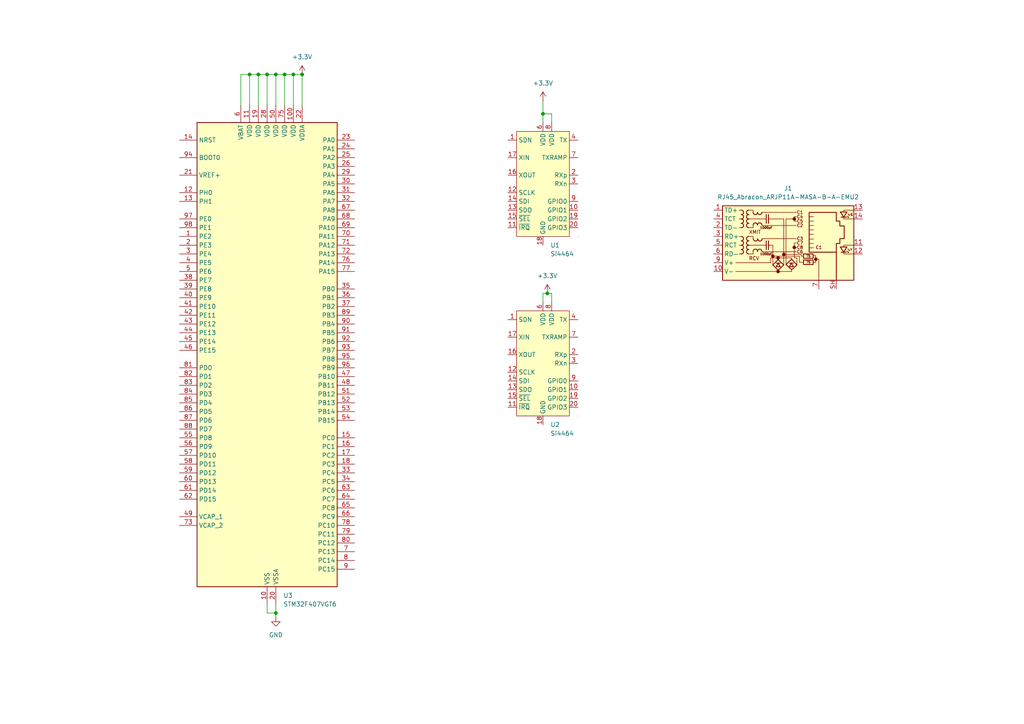
<source format=kicad_sch>
(kicad_sch (version 20250114) (generator "eeschema") (generator_version "9.0")
  (paper "A4")
  (lib_symbols
    (symbol "Connector:RJ45_Abracon_ARJP11A-MASA-B-A-EMU2"
      (property "Reference" "J" (at 18.415 12.7 0))
      (property "Value" "RJ45_Abracon_ARJP11A-MASA-B-A-EMU2" (at -4.445 12.7 0))
      (symbol "RJ45_Abracon_ARJP11A-MASA-B-A-EMU2_0_0"
        (polyline (pts (xy -5.08 8.89) (xy -5.08 6.35)) (stroke (width 0.254)))
        (polyline (pts (xy -5.08 1.27) (xy -5.08 -1.27)) (stroke (width 0.254)))
        (polyline (pts (xy -4.445 8.89) (xy -4.445 6.35)) (stroke (width 0.254)))
        (polyline (pts (xy -4.445 1.27) (xy -4.445 -1.27)) (stroke (width 0.254)))
        (circle (center -3.175 -3.175) (radius 0.0001) (stroke (width 0.508)))
        (circle (center -1.651 -3.683) (radius 0.0001) (stroke (width 0.508)))
        (circle (center -1.651 -7.62) (radius 0.0001) (stroke (width 0.508)))
        (circle (center 0 -2.667) (radius 0.0001) (stroke (width 0.508)))
        (circle (center 3.048 7.62) (radius 0.0001) (stroke (width 0.508)))
        (circle (center 3.048 -0.635) (radius 0.0001) (stroke (width 0.508)))
        (polyline (pts (xy 3.683 8.255) (xy 3.048 8.255) (xy 3.048 6.985) (xy 3.683 6.985)))
        (polyline (pts (xy 3.683 0.635) (xy 3.048 0.635) (xy 3.048 -0.635) (xy 3.683 -0.635)))
        (polyline (pts (xy 8.636 -4.953) (xy 9.271 -4.953) (xy 9.271 -3.048) (xy 8.636 -3.048)))
        (polyline (pts (xy 9.271 -4.064) (xy 10.16 -4.064)))
        (circle (center 9.271 -4.064) (radius 0.0001) (stroke (width 0.508)))
        (polyline (pts (xy 17.399 9.652) (xy 17.399 10.16) (xy 20.32 10.16)))
        (polyline (pts (xy 17.399 -0.508) (xy 17.399 0) (xy 20.32 0)))
        (polyline (pts (xy 20.32 7.62) (xy 17.399 7.62) (xy 17.399 8.128)))
        (polyline (pts (xy 20.32 -2.54) (xy 17.399 -2.54) (xy 17.399 -2.032)))
        (text "XMIT" (at -10.16 3.81 0) (effects (font (size 1.016 1.016)) (justify left)))
        (text "RCV" (at -10.16 -3.81 0) (effects (font (size 1.016 1.016)) (justify left)))
        (text "C1" (at 4.699 9.525 0) (effects (font (size 0.889 0.889))))
        (text "C4" (at 4.699 8.255 0) (effects (font (size 0.889 0.889))))
        (text "C5" (at 4.699 6.985 0) (effects (font (size 0.889 0.889))))
        (text "C2" (at 4.699 5.715 0) (effects (font (size 0.889 0.889))))
        (text "C3" (at 4.699 1.905 0) (effects (font (size 0.889 0.889))))
        (text "C7" (at 4.699 0.635 0) (effects (font (size 0.889 0.889))))
        (text "C8" (at 4.699 -0.635 0) (effects (font (size 0.889 0.889))))
        (text "C6" (at 4.699 -1.905 0) (effects (font (size 0.889 0.889))))
        (text "C1" (at 10.16 -0.635 0) (effects (font (size 0.889 0.889))))
      )
      (symbol "RJ45_Abracon_ARJP11A-MASA-B-A-EMU2_0_1"
        (rectangle (start -17.78 11.43) (end 20.32 -10.16) (stroke (width 0.254)) (fill (type background)))
        (polyline (pts (xy -12.3163 10.16) (xy -12.9513 10.16)))
        (polyline (pts (xy -12.3163 7.62) (xy -12.9513 7.62)))
        (polyline (pts (xy -12.3163 5.08) (xy -12.9513 5.08)))
        (polyline (pts (xy -12.3163 2.54) (xy -12.9513 2.54)))
        (polyline (pts (xy -12.3163 0) (xy -12.9513 0)))
        (polyline (pts (xy -12.3163 -2.54) (xy -12.9513 -2.54)))
        (polyline (pts (xy -10.16 10.16) (xy -8.89 10.16) (xy -8.89 9.525)))
        (polyline (pts (xy -10.16 2.54) (xy -8.89 2.54) (xy -8.89 1.905)))
        (polyline (pts (xy -8.89 5.715) (xy -8.89 5.08) (xy -10.16 5.08)))
        (polyline (pts (xy -8.89 -1.905) (xy -8.89 -2.54) (xy -10.16 -2.54)))
        (polyline (pts (xy -6.35 9.525) (xy 3.683 9.525)))
        (polyline (pts (xy -6.35 5.715) (xy 3.683 5.715)))
        (polyline (pts (xy -6.35 -1.905) (xy 3.683 -1.905)))
        (polyline (pts (xy -6.223 1.905) (xy 3.683 1.905)))
        (polyline (pts (xy -5.08 7.62) (xy -10.16 7.62)))
        (polyline (pts (xy -5.08 0) (xy -10.16 0)))
        (polyline (pts (xy -4.445 7.62) (xy 0 7.62) (xy 0 -5.715)))
        (polyline (pts (xy -4.445 0) (xy -3.175 0) (xy -3.175 -5.715)))
        (polyline (pts (xy 7.366 5.715) (xy 8.636 5.715)))
        (polyline (pts (xy 7.366 4.445) (xy 8.636 4.445)))
        (polyline (pts (xy 7.366 3.175) (xy 8.636 3.175)))
        (polyline (pts (xy 7.366 1.778) (xy 8.636 1.778)))
        (polyline (pts (xy 7.366 0.508) (xy 8.636 0.508)))
        (polyline (pts (xy 8.636 8.255) (xy 7.366 8.255)))
        (polyline (pts (xy 8.636 6.985) (xy 7.366 6.985)))
        (polyline (pts (xy 8.636 -0.762) (xy 7.366 -0.762)))
      )
      (symbol "RJ45_Abracon_ARJP11A-MASA-B-A-EMU2_1_0"
        (text "1000pF" (at -5.08 5.08 0) (effects (font (size 0.635 0.635))))
        (text "1000pF" (at -5.08 -2.54 0) (effects (font (size 0.635 0.635))))
      )
      (symbol "RJ45_Abracon_ARJP11A-MASA-B-A-EMU2_1_1"
        (polyline (pts (xy -13.97 -5.08) (xy -3.81 -5.08)))
        (polyline (pts (xy -13.97 -7.62) (xy 2.286 -7.62)))
        (arc (start -12.3163 2.54) (mid -11.684 1.905) (end -12.3163 1.27) (stroke (width 0.254)))
        (arc (start -12.3136 10.16) (mid -11.6813 9.525) (end -12.3136 8.89) (stroke (width 0.254)))
        (arc (start -12.3136 1.27) (mid -11.6813 0.635) (end -12.3136 0) (stroke (width 0.254)))
        (arc (start -12.3136 0) (mid -11.6813 -0.635) (end -12.3136 -1.27) (stroke (width 0.254)))
        (arc (start -12.3136 -1.27) (mid -11.6813 -1.905) (end -12.3136 -2.54) (stroke (width 0.254)))
        (arc (start -12.3109 8.89) (mid -11.6786 8.255) (end -12.3109 7.62) (stroke (width 0.254)))
        (arc (start -12.3109 7.62) (mid -11.6786 6.985) (end -12.3109 6.35) (stroke (width 0.254)))
        (arc (start -12.3109 6.35) (mid -11.6786 5.715) (end -12.3109 5.08) (stroke (width 0.254)))
        (arc (start -10.1654 8.89) (mid -10.7977 9.525) (end -10.1654 10.16) (stroke (width 0.254)))
        (arc (start -10.1654 7.62) (mid -10.7977 8.255) (end -10.1654 8.89) (stroke (width 0.254)))
        (arc (start -10.1654 6.35) (mid -10.7977 6.985) (end -10.1654 7.62) (stroke (width 0.254)))
        (arc (start -10.1654 1.27) (mid -10.7977 1.905) (end -10.1654 2.54) (stroke (width 0.254)))
        (arc (start -10.1654 0) (mid -10.7977 0.635) (end -10.1654 1.27) (stroke (width 0.254)))
        (arc (start -10.1654 -1.27) (mid -10.7977 -0.635) (end -10.1654 0) (stroke (width 0.254)))
        (arc (start -10.1627 5.08) (mid -10.795 5.715) (end -10.1627 6.35) (stroke (width 0.254)))
        (arc (start -10.1627 -2.54) (mid -10.795 -1.905) (end -10.1627 -1.27) (stroke (width 0.254)))
        (arc (start -7.62 9.5223) (mid -8.255 8.89) (end -8.89 9.5223) (stroke (width 0.254)))
        (arc (start -8.89 5.8447) (mid -8.255 6.477) (end -7.62 5.8447) (stroke (width 0.254)))
        (arc (start -8.89 -1.7753) (mid -8.255 -1.143) (end -7.62 -1.7753) (stroke (width 0.254)))
        (arc (start -7.5565 1.8388) (mid -8.1915 1.2065) (end -8.8265 1.8388) (stroke (width 0.254)))
        (arc (start -6.35 9.525) (mid -6.985 8.8927) (end -7.62 9.525) (stroke (width 0.254)))
        (arc (start -7.62 5.8474) (mid -6.985 6.4797) (end -6.35 5.8474) (stroke (width 0.254)))
        (arc (start -7.62 -1.7726) (mid -6.985 -1.1403) (end -6.35 -1.7726) (stroke (width 0.254)))
        (arc (start -6.2865 1.8415) (mid -6.9215 1.2092) (end -7.5565 1.8415) (stroke (width 0.254)))
        (polyline (pts (xy -3.81 -5.08) (xy -3.81 -3.683) (xy -1.651 -3.683)))
        (polyline (pts (xy -2.159 -5.207) (xy -1.016 -5.207)) (stroke (width 0.254)))
        (polyline (pts (xy -2.159 -6.223) (xy -1.016 -6.223) (xy -1.651 -5.207) (xy -2.159 -6.223)) (stroke (width 0.254)))
        (polyline (pts (xy -1.905 -3.683) (xy -1.651 -3.683) (xy -1.651 -4.191)))
        (polyline (pts (xy -1.651 -3.683) (xy 2.286 -3.683) (xy 2.286 -4.064)))
        (polyline (pts (xy -1.651 -4.191) (xy -3.175 -5.715) (xy -1.651 -7.239) (xy 0 -5.715) (xy -1.651 -4.191)) (stroke (width 0.254)))
        (polyline (pts (xy -1.651 -7.239) (xy -1.651 -7.493)))
        (polyline (pts (xy 1.651 -5.207) (xy 2.794 -5.207)) (stroke (width 0.254)))
        (polyline (pts (xy 1.651 -6.223) (xy 2.794 -6.223) (xy 2.159 -5.207) (xy 1.651 -6.223)) (stroke (width 0.254)))
        (polyline (pts (xy 2.286 -4.064) (xy 0.635 -5.588) (xy 2.286 -7.112) (xy 3.81 -5.715) (xy 2.286 -4.064)) (stroke (width 0.254)))
        (polyline (pts (xy 2.286 -7.112) (xy 2.286 -7.62)))
        (polyline (pts (xy 3.048 7.62) (xy 0.635 7.62) (xy 0.635 -5.588)))
        (polyline (pts (xy 3.048 -0.508) (xy 3.048 -3.683) (xy 3.81 -3.683) (xy 3.81 -5.715)))
        (polyline (pts (xy 5.715 -3.175) (xy 5.08 -3.175) (xy 5.08 -2.667) (xy 0 -2.667)))
        (polyline (pts (xy 5.715 -4.953) (xy 4.572 -4.953) (xy 4.572 -3.175) (xy -3.175 -3.175)))
        (polyline (pts (xy 7.366 -2.032) (xy 7.366 9.525) (xy 15.24 9.525) (xy 15.24 6.985) (xy 16.256 6.985) (xy 16.256 5.588) (xy 17.526 5.588) (xy 17.526 1.905) (xy 16.256 1.905) (xy 16.256 0.508) (xy 15.24 0.508) (xy 15.24 -2.032) (xy 7.366 -2.032)) (stroke (width 0.254)))
        (rectangle (start 8.509 -3.81) (end 5.715 -2.54) (stroke (width 0.254)))
        (rectangle (start 8.509 -5.588) (end 5.715 -4.318) (stroke (width 0.254)))
        (polyline (pts (xy 10.16 -4.064) (xy 10.16 -10.16)))
        (polyline (pts (xy 15.24 -10.16) (xy 15.24 -2.032)) (stroke (width 0.254)))
        (polyline (pts (xy 18.161 8.128) (xy 16.637 8.128)) (stroke (width 0.254)))
        (polyline (pts (xy 18.161 -2.032) (xy 16.637 -2.032)) (stroke (width 0.254)))
        (polyline (pts (xy 18.288 9.652) (xy 16.383 9.652) (xy 17.399 8.128) (xy 18.288 9.652)) (stroke (width 0.254)))
        (polyline (pts (xy 18.288 8.509) (xy 18.796 8.001) (xy 18.542 8.001)))
        (polyline (pts (xy 18.288 -0.508) (xy 16.383 -0.508) (xy 17.399 -2.032) (xy 18.288 -0.508)) (stroke (width 0.254)))
        (polyline (pts (xy 18.288 -1.651) (xy 18.796 -2.159) (xy 18.542 -2.159)))
        (polyline (pts (xy 18.542 9.144) (xy 19.05 8.636) (xy 18.796 8.636)))
        (polyline (pts (xy 18.542 -1.016) (xy 19.05 -1.524) (xy 18.796 -1.524)))
        (polyline (pts (xy 18.796 8.001) (xy 18.796 8.255)))
        (polyline (pts (xy 18.796 -2.159) (xy 18.796 -1.905)))
        (polyline (pts (xy 19.05 8.636) (xy 19.05 8.89)))
        (polyline (pts (xy 19.05 -1.524) (xy 19.05 -1.27)))
        (text "75" (at 7.112 -3.175 0) (effects (font (size 0.635 0.635))))
        (text "75" (at 7.112 -4.953 0) (effects (font (size 0.635 0.635))))
        (text "Y" (at 19.558 -1.27 0) (effects (font (size 0.635 0.635))))
        (text "G" (at 19.685 8.89 0) (effects (font (size 0.635 0.635))))
        (pin passive line (at -20.32 10.16 0) (length 2.54) (name "TD+") (number "1"))
        (pin passive line (at -20.32 7.62 0) (length 2.54) (name "TCT") (number "4"))
        (pin passive line (at -20.32 5.08 0) (length 2.54) (name "TD-") (number "2"))
        (pin passive line (at -20.32 2.54 0) (length 2.54) (name "RD+") (number "3"))
        (pin passive line (at -20.32 0 0) (length 2.54) (name "RCT") (number "5"))
        (pin passive line (at -20.32 -2.54 0) (length 2.54) (name "RD-") (number "6"))
        (pin power_out line (at -20.32 -5.08 0) (length 2.54) (name "V+") (number "9"))
        (pin power_out line (at -20.32 -7.62 0) (length 2.54) (name "V-") (number "10"))
        (pin power_in line (at 10.16 -12.7 90) (length 2.54) (name "") (number "7"))
        (pin passive line (at 15.24 -12.7 90) (length 2.54) (name "") (number "SH"))
        (pin no_connect line (at 20.32 5.08 0) (length 0) (hide yes) (name "NC") (number "8"))
        (pin passive line (at 22.86 10.16 180) (length 2.54) (name "") (number "13"))
        (pin passive line (at 22.86 7.62 180) (length 2.54) (name "") (number "14"))
        (pin passive line (at 22.86 0 180) (length 2.54) (name "") (number "11"))
        (pin passive line (at 22.86 -2.54 180) (length 2.54) (name "") (number "12"))
      )
    )
    (symbol "MCU_ST_STM32F4:STM32F407VGTx"
      (property "Reference" "U" (at -20.32 69.85 0))
      (property "Value" "STM32F407VGTx" (at 12.7 69.85 0))
      (symbol "STM32F407VGTx_0_1"
        (rectangle (start -20.32 -66.04) (end 20.32 68.58) (stroke (width 0.254)) (fill (type background)))
      )
      (symbol "STM32F407VGTx_1_1"
        (pin input line (at -25.4 63.5 0) (length 5.08) (name "NRST") (number "14"))
        (pin input line (at -25.4 58.42 0) (length 5.08) (name "BOOT0") (number "94"))
        (pin input line (at -25.4 53.34 0) (length 5.08) (name "VREF+") (number "21"))
        (pin bidirectional line (at -25.4 48.26 0) (length 5.08) (name "PH0") (number "12"))
        (pin bidirectional line (at -25.4 45.72 0) (length 5.08) (name "PH1") (number "13"))
        (pin bidirectional line (at -25.4 40.64 0) (length 5.08) (name "PE0") (number "97"))
        (pin bidirectional line (at -25.4 38.1 0) (length 5.08) (name "PE1") (number "98"))
        (pin bidirectional line (at -25.4 35.56 0) (length 5.08) (name "PE2") (number "1"))
        (pin bidirectional line (at -25.4 33.02 0) (length 5.08) (name "PE3") (number "2"))
        (pin bidirectional line (at -25.4 30.48 0) (length 5.08) (name "PE4") (number "3"))
        (pin bidirectional line (at -25.4 27.94 0) (length 5.08) (name "PE5") (number "4"))
        (pin bidirectional line (at -25.4 25.4 0) (length 5.08) (name "PE6") (number "5"))
        (pin bidirectional line (at -25.4 22.86 0) (length 5.08) (name "PE7") (number "38"))
        (pin bidirectional line (at -25.4 20.32 0) (length 5.08) (name "PE8") (number "39"))
        (pin bidirectional line (at -25.4 17.78 0) (length 5.08) (name "PE9") (number "40"))
        (pin bidirectional line (at -25.4 15.24 0) (length 5.08) (name "PE10") (number "41"))
        (pin bidirectional line (at -25.4 12.7 0) (length 5.08) (name "PE11") (number "42"))
        (pin bidirectional line (at -25.4 10.16 0) (length 5.08) (name "PE12") (number "43"))
        (pin bidirectional line (at -25.4 7.62 0) (length 5.08) (name "PE13") (number "44"))
        (pin bidirectional line (at -25.4 5.08 0) (length 5.08) (name "PE14") (number "45"))
        (pin bidirectional line (at -25.4 2.54 0) (length 5.08) (name "PE15") (number "46"))
        (pin bidirectional line (at -25.4 -2.54 0) (length 5.08) (name "PD0") (number "81"))
        (pin bidirectional line (at -25.4 -5.08 0) (length 5.08) (name "PD1") (number "82"))
        (pin bidirectional line (at -25.4 -7.62 0) (length 5.08) (name "PD2") (number "83"))
        (pin bidirectional line (at -25.4 -10.16 0) (length 5.08) (name "PD3") (number "84"))
        (pin bidirectional line (at -25.4 -12.7 0) (length 5.08) (name "PD4") (number "85"))
        (pin bidirectional line (at -25.4 -15.24 0) (length 5.08) (name "PD5") (number "86"))
        (pin bidirectional line (at -25.4 -17.78 0) (length 5.08) (name "PD6") (number "87"))
        (pin bidirectional line (at -25.4 -20.32 0) (length 5.08) (name "PD7") (number "88"))
        (pin bidirectional line (at -25.4 -22.86 0) (length 5.08) (name "PD8") (number "55"))
        (pin bidirectional line (at -25.4 -25.4 0) (length 5.08) (name "PD9") (number "56"))
        (pin bidirectional line (at -25.4 -27.94 0) (length 5.08) (name "PD10") (number "57"))
        (pin bidirectional line (at -25.4 -30.48 0) (length 5.08) (name "PD11") (number "58"))
        (pin bidirectional line (at -25.4 -33.02 0) (length 5.08) (name "PD12") (number "59"))
        (pin bidirectional line (at -25.4 -35.56 0) (length 5.08) (name "PD13") (number "60"))
        (pin bidirectional line (at -25.4 -38.1 0) (length 5.08) (name "PD14") (number "61"))
        (pin bidirectional line (at -25.4 -40.64 0) (length 5.08) (name "PD15") (number "62"))
        (pin power_out line (at -25.4 -45.72 0) (length 5.08) (name "VCAP_1") (number "49"))
        (pin power_out line (at -25.4 -48.26 0) (length 5.08) (name "VCAP_2") (number "73"))
        (pin power_in line (at -7.62 73.66 270) (length 5.08) (name "VBAT") (number "6"))
        (pin power_in line (at -5.08 73.66 270) (length 5.08) (name "VDD") (number "11"))
        (pin power_in line (at -2.54 73.66 270) (length 5.08) (name "VDD") (number "19"))
        (pin power_in line (at 0 73.66 270) (length 5.08) (name "VDD") (number "28"))
        (pin power_in line (at 0 -71.12 90) (length 5.08) (name "VSS") (number "10"))
        (pin passive line (at 0 -71.12 90) (length 5.08) (hide yes) (name "VSS") (number "27"))
        (pin passive line (at 0 -71.12 90) (length 5.08) (hide yes) (name "VSS") (number "74"))
        (pin passive line (at 0 -71.12 90) (length 5.08) (hide yes) (name "VSS") (number "99"))
        (pin power_in line (at 2.54 73.66 270) (length 5.08) (name "VDD") (number "50"))
        (pin power_in line (at 2.54 -71.12 90) (length 5.08) (name "VSSA") (number "20"))
        (pin power_in line (at 5.08 73.66 270) (length 5.08) (name "VDD") (number "75"))
        (pin power_in line (at 7.62 73.66 270) (length 5.08) (name "VDD") (number "100"))
        (pin power_in line (at 10.16 73.66 270) (length 5.08) (name "VDDA") (number "22"))
        (pin bidirectional line (at 25.4 63.5 180) (length 5.08) (name "PA0") (number "23"))
        (pin bidirectional line (at 25.4 60.96 180) (length 5.08) (name "PA1") (number "24"))
        (pin bidirectional line (at 25.4 58.42 180) (length 5.08) (name "PA2") (number "25"))
        (pin bidirectional line (at 25.4 55.88 180) (length 5.08) (name "PA3") (number "26"))
        (pin bidirectional line (at 25.4 53.34 180) (length 5.08) (name "PA4") (number "29"))
        (pin bidirectional line (at 25.4 50.8 180) (length 5.08) (name "PA5") (number "30"))
        (pin bidirectional line (at 25.4 48.26 180) (length 5.08) (name "PA6") (number "31"))
        (pin bidirectional line (at 25.4 45.72 180) (length 5.08) (name "PA7") (number "32"))
        (pin bidirectional line (at 25.4 43.18 180) (length 5.08) (name "PA8") (number "67"))
        (pin bidirectional line (at 25.4 40.64 180) (length 5.08) (name "PA9") (number "68"))
        (pin bidirectional line (at 25.4 38.1 180) (length 5.08) (name "PA10") (number "69"))
        (pin bidirectional line (at 25.4 35.56 180) (length 5.08) (name "PA11") (number "70"))
        (pin bidirectional line (at 25.4 33.02 180) (length 5.08) (name "PA12") (number "71"))
        (pin bidirectional line (at 25.4 30.48 180) (length 5.08) (name "PA13") (number "72"))
        (pin bidirectional line (at 25.4 27.94 180) (length 5.08) (name "PA14") (number "76"))
        (pin bidirectional line (at 25.4 25.4 180) (length 5.08) (name "PA15") (number "77"))
        (pin bidirectional line (at 25.4 20.32 180) (length 5.08) (name "PB0") (number "35"))
        (pin bidirectional line (at 25.4 17.78 180) (length 5.08) (name "PB1") (number "36"))
        (pin bidirectional line (at 25.4 15.24 180) (length 5.08) (name "PB2") (number "37"))
        (pin bidirectional line (at 25.4 12.7 180) (length 5.08) (name "PB3") (number "89"))
        (pin bidirectional line (at 25.4 10.16 180) (length 5.08) (name "PB4") (number "90"))
        (pin bidirectional line (at 25.4 7.62 180) (length 5.08) (name "PB5") (number "91"))
        (pin bidirectional line (at 25.4 5.08 180) (length 5.08) (name "PB6") (number "92"))
        (pin bidirectional line (at 25.4 2.54 180) (length 5.08) (name "PB7") (number "93"))
        (pin bidirectional line (at 25.4 0 180) (length 5.08) (name "PB8") (number "95"))
        (pin bidirectional line (at 25.4 -2.54 180) (length 5.08) (name "PB9") (number "96"))
        (pin bidirectional line (at 25.4 -5.08 180) (length 5.08) (name "PB10") (number "47"))
        (pin bidirectional line (at 25.4 -7.62 180) (length 5.08) (name "PB11") (number "48"))
        (pin bidirectional line (at 25.4 -10.16 180) (length 5.08) (name "PB12") (number "51"))
        (pin bidirectional line (at 25.4 -12.7 180) (length 5.08) (name "PB13") (number "52"))
        (pin bidirectional line (at 25.4 -15.24 180) (length 5.08) (name "PB14") (number "53"))
        (pin bidirectional line (at 25.4 -17.78 180) (length 5.08) (name "PB15") (number "54"))
        (pin bidirectional line (at 25.4 -22.86 180) (length 5.08) (name "PC0") (number "15"))
        (pin bidirectional line (at 25.4 -25.4 180) (length 5.08) (name "PC1") (number "16"))
        (pin bidirectional line (at 25.4 -27.94 180) (length 5.08) (name "PC2") (number "17"))
        (pin bidirectional line (at 25.4 -30.48 180) (length 5.08) (name "PC3") (number "18"))
        (pin bidirectional line (at 25.4 -33.02 180) (length 5.08) (name "PC4") (number "33"))
        (pin bidirectional line (at 25.4 -35.56 180) (length 5.08) (name "PC5") (number "34"))
        (pin bidirectional line (at 25.4 -38.1 180) (length 5.08) (name "PC6") (number "63"))
        (pin bidirectional line (at 25.4 -40.64 180) (length 5.08) (name "PC7") (number "64"))
        (pin bidirectional line (at 25.4 -43.18 180) (length 5.08) (name "PC8") (number "65"))
        (pin bidirectional line (at 25.4 -45.72 180) (length 5.08) (name "PC9") (number "66"))
        (pin bidirectional line (at 25.4 -48.26 180) (length 5.08) (name "PC10") (number "78"))
        (pin bidirectional line (at 25.4 -50.8 180) (length 5.08) (name "PC11") (number "79"))
        (pin bidirectional line (at 25.4 -53.34 180) (length 5.08) (name "PC12") (number "80"))
        (pin bidirectional line (at 25.4 -55.88 180) (length 5.08) (name "PC13") (number "7"))
        (pin bidirectional line (at 25.4 -58.42 180) (length 5.08) (name "PC14") (number "8"))
        (pin bidirectional line (at 25.4 -60.96 180) (length 5.08) (name "PC15") (number "9"))
      )
    )
    (symbol "RF:Si4464"
      (property "Reference" "U" (at -6.35 16.51 0))
      (property "Value" "Si4464" (at 6.35 16.51 0))
      (symbol "Si4464_0_1"
        (rectangle (start -7.62 15.24) (end 7.62 -15.24) (fill (type background)))
        (rectangle (start 10.16 -15.24) (end 10.16 -15.24))
      )
      (symbol "Si4464_1_1"
        (pin input line (at -10.16 12.7 0) (length 2.54) (name "SDN") (number "1"))
        (pin input line (at -10.16 7.62 0) (length 2.54) (name "XIN") (number "17"))
        (pin passive line (at -10.16 2.54 0) (length 2.54) (name "XOUT") (number "16"))
        (pin input line (at -10.16 -2.54 0) (length 2.54) (name "SCLK") (number "12"))
        (pin input line (at -10.16 -5.08 0) (length 2.54) (name "SDI") (number "14"))
        (pin output line (at -10.16 -7.62 0) (length 2.54) (name "SDO") (number "13"))
        (pin input line (at -10.16 -10.16 0) (length 2.54) (name "~{SEL}") (number "15"))
        (pin open_collector line (at -10.16 -12.7 0) (length 2.54) (name "~{IRQ}") (number "11"))
        (pin power_in line (at 0 17.78 270) (length 2.54) (name "VDD") (number "6"))
        (pin power_in line (at 0 -17.78 90) (length 2.54) (name "GND") (number "18"))
        (pin passive line (at 0 -17.78 90) (length 2.54) (hide yes) (name "GND") (number "21"))
        (pin power_in line (at 2.54 17.78 270) (length 2.54) (name "VDD") (number "8"))
        (pin no_connect line (at 7.62 -15.24 180) (length 2.54) (hide yes) (name "NC") (number "5"))
        (pin output line (at 10.16 12.7 180) (length 2.54) (name "TX") (number "4"))
        (pin output line (at 10.16 7.62 180) (length 2.54) (name "TXRAMP") (number "7"))
        (pin input line (at 10.16 2.54 180) (length 2.54) (name "RXp") (number "2"))
        (pin input line (at 10.16 0 180) (length 2.54) (name "RXn") (number "3"))
        (pin bidirectional line (at 10.16 -5.08 180) (length 2.54) (name "GPIO0") (number "9"))
        (pin bidirectional line (at 10.16 -7.62 180) (length 2.54) (name "GPIO1") (number "10"))
        (pin bidirectional line (at 10.16 -10.16 180) (length 2.54) (name "GPIO2") (number "19"))
        (pin bidirectional line (at 10.16 -12.7 180) (length 2.54) (name "GPIO3") (number "20"))
      )
    )
    (symbol "power:+3.3V" (power) (pin_numbers (hide yes)) (pin_names (offset 0) (hide yes))
      (property "Value" "+3.3V" (at 0 3.556 0))
      (symbol "+3.3V_0_1"
        (polyline (pts (xy -0.762 1.27) (xy 0 2.54)))
        (polyline (pts (xy 0 2.54) (xy 0.762 1.27)))
        (polyline (pts (xy 0 0) (xy 0 2.54)))
      )
      (symbol "+3.3V_1_1"
        (pin power_in line (at 0 0 90) (length 0) (name "~") (number "1"))
      )
    )
    (symbol "power:GND" (power) (pin_numbers (hide yes)) (pin_names (offset 0) (hide yes))
      (property "Value" "GND" (at 0 -3.81 0))
      (symbol "GND_0_1"
        (polyline (pts (xy 0 0) (xy 0 -1.27) (xy 1.27 -1.27) (xy 0 -2.54) (xy -1.27 -1.27) (xy 0 -1.27)))
      )
      (symbol "GND_1_1"
        (pin power_in line (at 0 0 270) (length 0) (name "~") (number "1"))
      )
    )
  )
  (junction (at 77.47 21.59))
  (junction (at 72.39 21.59))
  (junction (at 82.55 21.59))
  (junction (at 80.01 21.59))
  (junction (at 158.75 85.09))
  (junction (at 74.93 21.59))
  (junction (at 80.01 177.8))
  (junction (at 85.09 21.59))
  (junction (at 87.63 21.59))
  (junction (at 157.48 33.02))
  (wire (pts (xy 80.01 21.59) (xy 80.01 30.48)))
  (wire (pts (xy 160.02 85.09) (xy 158.75 85.09)))
  (wire (pts (xy 77.47 177.8) (xy 80.01 177.8)))
  (wire (pts (xy 80.01 177.8) (xy 80.01 179.07)))
  (wire (pts (xy 72.39 30.48) (xy 72.39 21.59)))
  (wire (pts (xy 82.55 21.59) (xy 82.55 30.48)))
  (wire (pts (xy 80.01 21.59) (xy 82.55 21.59)))
  (wire (pts (xy 157.48 85.09) (xy 157.48 87.63)))
  (wire (pts (xy 160.02 35.56) (xy 160.02 33.02)))
  (wire (pts (xy 85.09 21.59) (xy 87.63 21.59)))
  (wire (pts (xy 160.02 33.02) (xy 157.48 33.02)))
  (wire (pts (xy 87.63 21.59) (xy 87.63 30.48)))
  (wire (pts (xy 74.93 21.59) (xy 74.93 30.48)))
  (wire (pts (xy 69.85 21.59) (xy 72.39 21.59)))
  (wire (pts (xy 77.47 21.59) (xy 80.01 21.59)))
  (wire (pts (xy 82.55 21.59) (xy 85.09 21.59)))
  (wire (pts (xy 158.75 85.09) (xy 157.48 85.09)))
  (wire (pts (xy 157.48 33.02) (xy 157.48 35.56)))
  (wire (pts (xy 69.85 21.59) (xy 69.85 30.48)))
  (wire (pts (xy 157.48 29.21) (xy 157.48 33.02)))
  (wire (pts (xy 77.47 21.59) (xy 77.47 30.48)))
  (wire (pts (xy 85.09 21.59) (xy 85.09 30.48)))
  (wire (pts (xy 74.93 21.59) (xy 77.47 21.59)))
  (wire (pts (xy 72.39 21.59) (xy 74.93 21.59)))
  (wire (pts (xy 160.02 87.63) (xy 160.02 85.09)))
  (wire (pts (xy 77.47 175.26) (xy 77.47 177.8)))
  (wire (pts (xy 80.01 175.26) (xy 80.01 177.8)))
  (symbol (lib_id "power:GND") (at 80.01 179.07 0) (unit 1)
    (property "Reference" "#PWR04" (effects (hide yes)))
    (property "Value" "GND" (at 80.01 184.15 0))
    (property "Description" "Power symbol creates a global label with name \"GND\" , ground" (effects (hide yes)))
  )
  (symbol (lib_id "RF:Si4464") (at 157.48 53.34 0) (unit 1)
    (property "Reference" "U1" (at 159.6233 71.12 0) (effects (justify left)))
    (property "Value" "Si4464" (at 159.6233 73.66 0) (effects (justify left)))
    (property "Footprint" "Package_DFN_QFN:QFN-20-1EP_4x4mm_P0.5mm_EP2.6x2.6mm_ThermalVias" (effects (hide yes)))
    (property "Datasheet" "https://www.silabs.com/documents/public/data-sheets/Si4464-63-61-60.pdf" (effects (hide yes)))
    (property "Description" "High-Performance, Low-Current Sub-GHz Transceiver, +20dBm, Banded 119-960 MHz, QFN-20" (effects (hide yes)))
  )
  (symbol (lib_id "power:+3.3V") (at 157.48 29.21 0) (unit 1)
    (property "Reference" "#PWR01" (effects (hide yes)))
    (property "Value" "+3.3V" (at 157.48 24.13 0))
    (property "Description" "Power symbol creates a global label with name \"+3.3V\"" (effects (hide yes)))
  )
  (symbol (lib_id "power:+3.3V") (at 87.63 21.59 0) (unit 1)
    (property "Reference" "#PWR03" (effects (hide yes)))
    (property "Value" "+3.3V" (at 87.63 16.51 0))
    (property "Description" "Power symbol creates a global label with name \"+3.3V\"" (effects (hide yes)))
  )
  (symbol (lib_id "RF:Si4464") (at 157.48 105.41 0) (unit 1)
    (property "Reference" "U2" (at 159.6233 123.19 0) (effects (justify left)))
    (property "Value" "Si4464" (at 159.6233 125.73 0) (effects (justify left)))
    (property "Footprint" "Package_DFN_QFN:QFN-20-1EP_4x4mm_P0.5mm_EP2.6x2.6mm_ThermalVias" (effects (hide yes)))
    (property "Datasheet" "https://www.silabs.com/documents/public/data-sheets/Si4464-63-61-60.pdf" (effects (hide yes)))
    (property "Description" "High-Performance, Low-Current Sub-GHz Transceiver, +20dBm, Banded 119-960 MHz, QFN-20" (effects (hide yes)))
  )
  (symbol (lib_id "MCU_ST_STM32F4:STM32F407VGTx") (at 77.47 104.14 0) (unit 1)
    (property "Reference" "U3" (at 82.1533 172.72 0) (effects (justify left)))
    (property "Value" "STM32F407VGT6" (at 82.1533 175.26 0) (effects (justify left)))
    (property "Footprint" "Package_QFP:LQFP-100_14x14mm_P0.5mm" (effects (hide yes)))
    (property "Datasheet" "https://www.st.com/resource/en/datasheet/stm32f407vg.pdf" (effects (hide yes)))
    (property "Description" "STMicroelectronics Arm Cortex-M4 MCU, 1024KB flash, 192KB RAM, 168 MHz, 1.8-3.6V, 82 GPIO, LQFP100" (effects (hide yes)))
  )
  (symbol (lib_id "Connector:RJ45_Abracon_ARJP11A-MASA-B-A-EMU2") (at 227.33 71.12 0) (unit 1)
    (property "Reference" "J1" (at 228.6 54.61 0))
    (property "Value" "RJ45_Abracon_ARJP11A-MASA-B-A-EMU2" (at 228.6 57.15 0))
    (property "Footprint" "Connector_RJ:RJ45_Abracon_ARJP11A-MA_Horizontal" (effects (hide yes)))
    (property "Datasheet" "https://abracon.com/Magnetics/lan/ARJP11A.PDF" (effects (hide yes)))
    (property "Description" "RJ45 PoE 10/100 Base-TX Jack with Magnetic Module" (effects (hide yes)))
  )
  (symbol (lib_id "power:+3.3V") (at 158.75 85.09 0) (unit 1)
    (property "Reference" "#PWR02" (effects (hide yes)))
    (property "Value" "+3.3V" (at 158.75 80.01 0))
    (property "Description" "Power symbol creates a global label with name \"+3.3V\"" (effects (hide yes)))
  )
)
</source>
